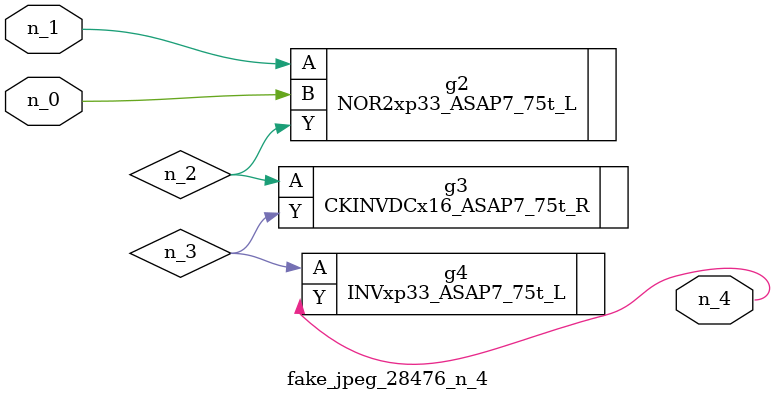
<source format=v>
module fake_jpeg_28476_n_4 (n_0, n_1, n_4);

input n_0;
input n_1;

output n_4;

wire n_2;
wire n_3;

NOR2xp33_ASAP7_75t_L g2 ( 
.A(n_1),
.B(n_0),
.Y(n_2)
);

CKINVDCx16_ASAP7_75t_R g3 ( 
.A(n_2),
.Y(n_3)
);

INVxp33_ASAP7_75t_L g4 ( 
.A(n_3),
.Y(n_4)
);


endmodule
</source>
